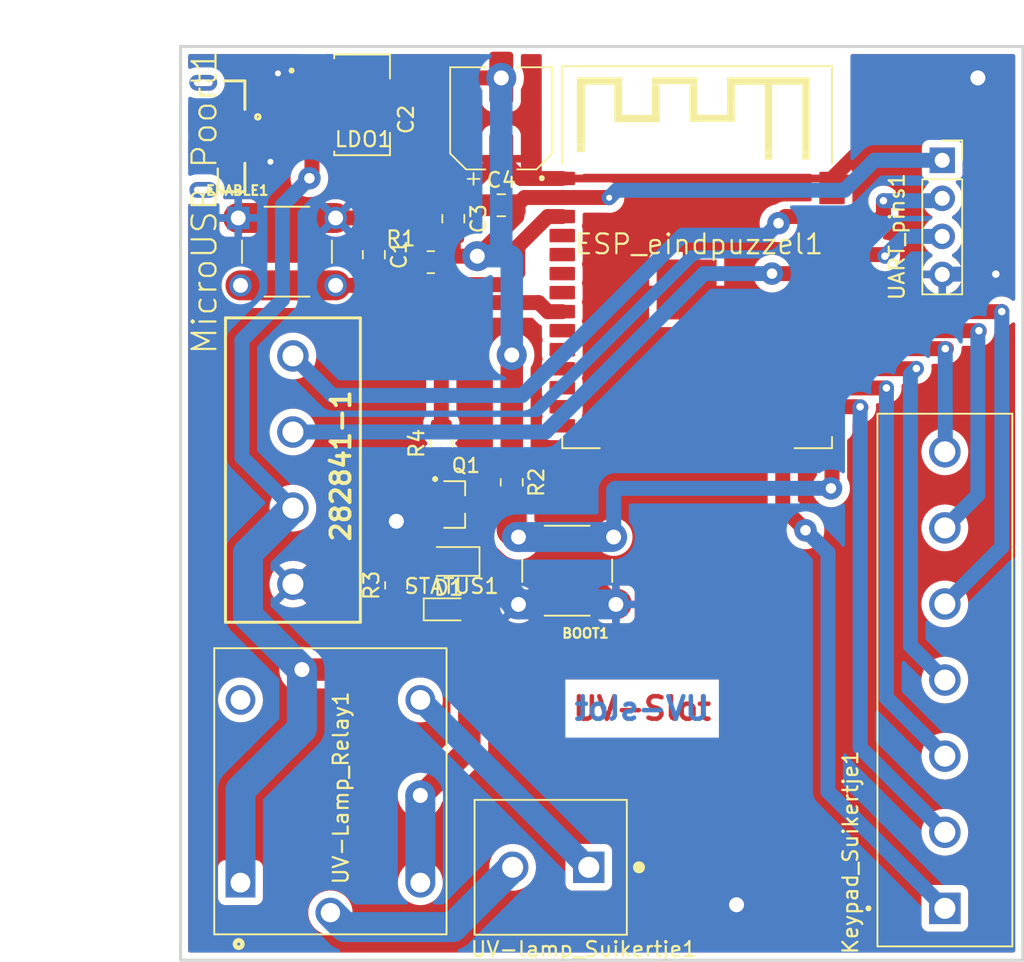
<source format=kicad_pcb>
(kicad_pcb (version 20211014) (generator pcbnew)
  (layers (0 "F.Cu" signal) (31 "B.Cu" signal) (34 "B.Paste" user) (35 "F.Paste" user) (36 "B.SilkS" user "B.Silkscreen") (37 "F.SilkS" user "F.Silkscreen") (38 "B.Mask" user) (39 "F.Mask" user) (44 "Edge.Cuts" user))
  (net 0 "")
  (net 1 "GND")
  (net 2 "Net-(BOOT1-Pad3)")
  (net 3 "Net-(C1-Pad2)")
  (net 4 "3.3V")
  (net 5 "5V")
  (net 6 "Net-(D1-Pad2)")
  (net 8 "IO22")
  (net 9 "IO21")
  (net 11 "IO18")
  (net 12 "IO5")
  (net 13 "IO17")
  (net 14 "IO16")
  (net 15 "IO4")
  (net 16 "IO2")
  (net 30 "IO32")
  (net 39 "Net-(Q1-Pad1)")
  (net 40 "Net-(R3-Pad2)")
  (net 41 "Net-(UV-Lamp_Relay1-PadCOM)")
  (net 42 "Net-(UV-Lamp_Relay1-PadNO)")
  (net 44 "IO19")
  (net 45 "RX")
  (net 46 "TX")
  (footprint "Resistor_SMD:R_0805_2012Metric_Pad1.20x1.40mm_HandSolder" (layer "F.Cu") (at 90.8 101.7 -90)
    (fp_text reference "R2")
    (fp_text value "10k")
  )
  (footprint "LED_SMD:LED_0805_2012Metric_Pad1.15x1.40mm_HandSolder" (layer "F.Cu") (at 86.789511 106.979511 180)
    (fp_text reference "STATUS1")
    (fp_text value "LED")
  )
  (footprint "components:SOT229P700X180-4N" (layer "F.Cu") (at 80.814 76.5)
    (fp_text reference "LDO1")
    (fp_text value "AMS1117")
  )
  (footprint "LED_SMD:LED_0603_1608Metric_Pad1.05x0.95mm_HandSolder" (layer "F.Cu") (at 86.589511 110.179511)
    (fp_text reference "D1")
    (fp_text value "D")
  )
  (footprint "components:MODULE_ESP-WROOM-32" (layer "F.Cu") (at 103.17 89.67)
    (fp_text reference "ESP_eindpuzzel1")
    (fp_text value "ESP-WROOM-32")
  )
  (footprint "Capacitor_SMD:C_0805_2012Metric_Pad1.18x1.45mm_HandSolder" (layer "F.Cu") (at 81.6 86.5 -90)
    (fp_text reference "C1")
    (fp_text value "0.1u")
  )
  (footprint "28241:2828414" (layer "F.Cu") (at 76.2 108.5 90)
    (fp_text reference "282841-1")
    (fp_text value "282841-4" hide)
  )
  (footprint "components:TE_282841-2" (layer "F.Cu") (at 93.4 127.4 180)
    (fp_text reference "UV-lamp_Suikertje1")
    (fp_text value "282841-2")
  )
  (footprint "components:RELAY_SRD-05VDC-SL-C" (layer "F.Cu") (at 78.7 122.32375 90)
    (fp_text reference "UV-Lamp_Relay1")
    (fp_text value "SRD-05VDC-SL-C")
  )
  (footprint "components:TE_3-1825910-1" (layer "F.Cu") (at 75.8 86.3)
    (fp_text reference "ENABLE1")
    (fp_text value "SW_Push")
  )
  (footprint "components:SOT95P230X110-3N" (layer "F.Cu") (at 86.989511 103.179511)
    (fp_text reference "Q1")
    (fp_text value "BC817")
  )
  (footprint "Resistor_SMD:R_0805_2012Metric_Pad1.20x1.40mm_HandSolder" (layer "F.Cu") (at 83.089511 108.579511 90)
    (fp_text reference "R3")
    (fp_text value "1k")
  )
  (footprint "Resistor_SMD:R_0805_2012Metric_Pad1.20x1.40mm_HandSolder" (layer "F.Cu") (at 86.1 99.1 90)
    (fp_text reference "R4")
    (fp_text value "1k")
  )
  (footprint "components:GCT_USB3090-XX-X_REVE" (layer "F.Cu") (at 70.2171 78.6 -90)
    (fp_text reference "MicroUSB_Poort1")
    (fp_text value "USB3090-XX-X_REVE")
    (fp_line (start -3.8 0.4) (end -3.8 -0.4) (layer "Edge.Cuts") (width 0.01))
    (fp_line (start -3.35 -0.4) (end -3.35 0.4) (layer "Edge.Cuts") (width 0.01))
    (fp_line (start 3.8 -0.4) (end 3.8 0.4) (layer "Edge.Cuts") (width 0.01))
    (fp_line (start 3.35 0.4) (end 3.35 -0.4) (layer "Edge.Cuts") (width 0.01))
    (fp_arc (start -3.35 0.4) (mid -3.415901 0.559099) (end -3.575 0.625) (layer "Edge.Cuts") (width 0.01))
    (fp_arc (start 3.575 0.625) (mid 3.415901 0.559099) (end 3.35 0.4) (layer "Edge.Cuts") (width 0.01))
    (fp_arc (start 3.575 -0.625) (mid 3.734099 -0.559099) (end 3.8 -0.4) (layer "Edge.Cuts") (width 0.01))
    (fp_arc (start 3.8 0.4) (mid 3.734099 0.559099) (end 3.575 0.625) (layer "Edge.Cuts") (width 0.01))
    (fp_arc (start -3.575 -0.625) (mid -3.415901 -0.559099) (end -3.35 -0.4) (layer "Edge.Cuts") (width 0.01))
    (fp_arc (start -3.8 -0.4) (mid -3.734099 -0.559099) (end -3.575 -0.625) (layer "Edge.Cuts") (width 0.01))
    (fp_arc (start -3.575 0.625) (mid -3.734099 0.559099) (end -3.8 0.4) (layer "Edge.Cuts") (width 0.01))
    (fp_arc (start 3.35 -0.4) (mid 3.415901 -0.559099) (end 3.575 -0.625) (layer "Edge.Cuts") (width 0.01))
  )
  (footprint "components:TE_282841-7" (layer "F.Cu") (at 119.7 114.9 90)
    (fp_text reference "Keypad_Suikertje1")
    (fp_text value "282841-7")
  )
  (footprint "Connector_PinSocket_2.54mm:PinSocket_1x04_P2.54mm_Vertical" (layer "F.Cu") (at 119.525 80.2)
    (fp_text reference "UART_pins1")
    (fp_text value "Conn_01x04_Female")
  )
  (footprint "Capacitor_SMD:C_0805_2012Metric_Pad1.18x1.45mm_HandSolder" (layer "F.Cu") (at 86.9 84.1 -90)
    (fp_text reference "C3")
    (fp_text value "22u")
  )
  (footprint "components:TE_3-1825910-1" (layer "F.Cu") (at 94.5 107.6 180)
    (fp_text reference "BOOT1")
    (fp_text value "SW_Push")
  )
  (footprint "Capacitor_SMD:C_0805_2012Metric_Pad1.18x1.45mm_HandSolder" (layer "F.Cu") (at 90.1 83.2)
    (fp_text reference "C4")
    (fp_text value "0.1u")
  )
  (footprint "Resistor_SMD:R_0805_2012Metric_Pad1.20x1.40mm_HandSolder" (layer "F.Cu") (at 85.4 87)
    (fp_text reference "R1")
    (fp_text value "10k")
  )
  (footprint "Capacitor_SMD:CP_Elec_6.3x7.7" (layer "F.Cu") (at 90.1 77.4 90)
    (fp_text reference "C2")
    (fp_text value "220u")
  )
  (gr_rect (start 68.7 72.6) (end 124.9 133.6) (layer "Edge.Cuts") (width 0.2) (fill none))
  (gr_text "UV-Slot" (at 99.5 116.8) (layer "F.Cu") (effects (font (size 1.5 1.5) (thickness 0.3))))
  (gr_text "UV-slot" (at 99.5 116.8) (layer "B.Cu") (effects (font (size 1.5 1.5) (thickness 0.3)) (justify mirror)))
  (segment (start 81.55 84.05) (end 83.55 84.05) (width 1) (layer "F.Cu") (net 1))
  (segment (start 122.2 77.5) (end 123.1 78.4) (width 1) (layer "F.Cu") (net 1))
  (segment (start 97.75 109.85) (end 94.9 107) (width 1) (layer "F.Cu") (net 1))
  (segment (start 83.1 104.3) (end 85.839022 104.3) (width 1) (layer "F.Cu") (net 1))
  (segment (start 84.5375 83.0625) (end 86.9 83.0625) (width 1) (layer "F.Cu") (net 1))
  (segment (start 94.17 81.415) (end 102.485 81.415) (width 0.5) (layer "F.Cu") (net 1))
  (segment (start 102.485 81.415) (end 112.17 81.415) (width 0.5) (layer "F.Cu") (net 1))
  (segment (start 90.1 80.1) (end 89.8625 80.1) (width 1) (layer "F.Cu") (net 1))
  (segment (start 77.279 74.4) (end 77.469 74.21) (width 1) (layer "F.Cu") (net 1))
  (segment (start 88.925 83.0625) (end 89.0625 83.2) (width 1) (layer "F.Cu") (net 1))
  (segment (start 94.17 81.415) (end 91.415 81.415) (width 1) (layer "F.Cu") (net 1))
  (segment (start 79.05 84.05) (end 74.75 84.05) (width 1) (layer "F.Cu") (net 1))
  (segment (start 97.455 99.425) (end 97.455 98.458451) (width 1) (layer "F.Cu") (net 1))
  (segment (start 86.9 83.0625) (end 88.925 83.0625) (width 1) (layer "F.Cu") (net 1))
  (segment (start 123.1 78.4) (end 123.1 87.8) (width 1) (layer "F.Cu") (net 1))
  (segment (start 112.17 81.415) (end 116.085 77.5) (width 1) (layer "F.Cu") (net 1))
  (segment (start 94.9 101.98) (end 97.455 99.425) (width 1) (layer "F.Cu") (net 1))
  (segment (start 75.2 74.4) (end 77.279 74.4) (width 1) (layer "F.Cu") (net 1))
  (segment (start 91.415 81.415) (end 90.1 80.1) (width 1) (layer "F.Cu") (net 1))
  (segment (start 102.47 81.43) (end 102.47 88.825) (width 0.5) (layer "F.Cu") (net 1))
  (segment (start 102.485 81.415) (end 102.47 81.43) (width 0.5) (layer "F.Cu") (net 1))
  (segment (start 89.8625 80.1) (end 86.9 83.0625) (width 1) (layer "F.Cu") (net 1))
  (segment (start 102.47 93.443451) (end 102.47 88.825) (width 1) (layer "F.Cu") (net 1))
  (segment (start 81.55 85.4125) (end 81.6 85.4625) (width 1) (layer "F.Cu") (net 1))
  (segment (start 94.9 107) (end 94.9 101.98) (width 1) (layer "F.Cu") (net 1))
  (segment (start 74.7 80.3) (end 72.6 80.3) (width 1) (layer "F.Cu") (net 1))
  (segment (start 79.05 84.05) (end 72.55 84.05) (width 2) (layer "F.Cu") (net 1))
  (segment (start 116.085 77.5) (end 122.2 77.5) (width 1) (layer "F.Cu") (net 1))
  (segment (start 97.75 109.85) (end 97.8 109.8) (width 2) (layer "F.Cu") (net 1))
  (segment (start 83.55 84.05) (end 84.5375 83.0625) (width 1) (layer "F.Cu") (net 1))
  (segment (start 97.455 98.458451) (end 102.47 93.443451) (width 1) (layer "F.Cu") (net 1))
  (segment (start 81.55 84.05) (end 81.55 85.4125) (width 1) (layer "F.Cu") (net 1))
  (segment (start 85.839022 104.3) (end 86.009511 104.129511) (width 1) (layer "F.Cu") (net 1))
  (segment (start 74.75 84.05) (end 74.7 84) (width 1) (layer "F.Cu") (net 1))
  (segment (start 79.05 84.05) (end 81.55 84.05) (width 1) (layer "F.Cu") (net 1))
  (segment (start 74.7 84) (end 74.7 80.3) (width 1) (layer "F.Cu") (net 1))
  (via (at 83.1 104.3) (size 2) (drill 1) (layers "F.Cu" "B.Cu") (net 1))
  (via (at 75.2 74.4) (size 0.8) (drill 0.4) (layers "F.Cu" "B.Cu") (net 1))
  (via (at 121.9 74.7) (size 2) (drill 1) (layers "F.Cu" "B.Cu") (net 1))
  (via (at 123.1 87.8) (size 1) (drill 0.5) (layers "F.Cu" "B.Cu") (net 1))
  (via (at 74.7 80.3) (size 0.8) (drill 0.4) (layers "F.Cu" "B.Cu") (net 1))
  (via (at 105.8 129.9) (size 2) (drill 1) (layers "F.Cu" "B.Cu") (net 1))
  (segment (start 74.7 80.3) (end 75.2 79.8) (width 1) (layer "B.Cu") (net 1))
  (segment (start 89.9 108.5) (end 83.1 108.5) (width 2) (layer "B.Cu") (net 1))
  (segment (start 91.25 109.85) (end 89.9 108.5) (width 2) (layer "B.Cu") (net 1))
  (segment (start 76.2 108.5) (end 83.1 108.5) (width 2) (layer "B.Cu") (net 1))
  (segment (start 91.15 109.85) (end 97.65 109.85) (width 2) (layer "B.Cu") (net 1))
  (segment (start 123.1 87.8) (end 119.545 87.8) (width 1) (layer "B.Cu") (net 1))
  (segment (start 83.1 108.5) (end 83.1 104.3) (width 2) (layer "B.Cu") (net 1))
  (segment (start 119.545 87.8) (end 119.525 87.82) (width 1) (layer "B.Cu") (net 1))
  (segment (start 75.2 79.8) (end 75.2 74.4) (width 1) (layer "B.Cu") (net 1))
  (segment (start 112.1 102.1) (end 112.17 102.03) (width 1) (layer "F.Cu") (net 2))
  (segment (start 90.8 104.9) (end 91.25 105.35) (width 2) (layer "F.Cu") (net 2))
  (segment (start 112.17 102.03) (end 112.17 97.925) (width 1) (layer "F.Cu") (net 2))
  (segment (start 90.8 102.7) (end 90.8 104.9) (width 2) (layer "F.Cu") (net 2))
  (via (at 112.1 102.1) (size 1.5) (drill 0.7) (layers "F.Cu" "B.Cu") (net 2))
  (segment (start 97.7 102.1) (end 97.6 102.2) (width 1) (layer "B.Cu") (net 2))
  (segment (start 91.15 105.35) (end 97.5 105.35) (width 2) (layer "B.Cu") (net 2))
  (segment (start 97.6 102.2) (end 97.6 105.35) (width 1) (layer "B.Cu") (net 2))
  (segment (start 112.1 102.1) (end 97.7 102.1) (width 1) (layer "B.Cu") (net 2))
  (segment (start 84.25 88.55) (end 84.3 88.5) (width 1) (layer "F.Cu") (net 3))
  (segment (start 91.2 87.7) (end 90.4 88.5) (width 1) (layer "F.Cu") (net 3))
  (segment (start 93.203451 83.955) (end 91.2 85.958451) (width 1) (layer "F.Cu") (net 3))
  (segment (start 90.4 88.5) (end 84.3 88.5) (width 1) (layer "F.Cu") (net 3))
  (segment (start 81.55 88.55) (end 84.25 88.55) (width 1) (layer "F.Cu") (net 3))
  (segment (start 84.4 86.8) (end 84.4 88.4) (width 1) (layer "F.Cu") (net 3))
  (segment (start 91.2 85.958451) (end 91.2 87.7) (width 1) (layer "F.Cu") (net 3))
  (segment (start 81.55 87.5875) (end 81.6 87.5375) (width 1) (layer "F.Cu") (net 3))
  (segment (start 94.17 83.955) (end 93.203451 83.955) (width 1) (layer "F.Cu") (net 3))
  (segment (start 79.05 88.55) (end 81.55 88.55) (width 1) (layer "F.Cu") (net 3))
  (segment (start 81.55 88.55) (end 81.55 87.5875) (width 1) (layer "F.Cu") (net 3))
  (segment (start 84.4 86.8) (end 84.5 86.9) (width 1) (layer "F.Cu") (net 3))
  (segment (start 84.4 88.4) (end 84.3 88.5) (width 1) (layer "F.Cu") (net 3))
  (segment (start 79.05 88.55) (end 72.7 88.55) (width 2) (layer "F.Cu") (net 3))
  (segment (start 91.1375 83.2) (end 91.1375 83.9625) (width 1) (layer "F.Cu") (net 4))
  (segment (start 90.1 74.7) (end 89.8 74.7) (width 1) (layer "F.Cu") (net 4))
  (segment (start 91.6525 82.685) (end 91.1375 83.2) (width 1) (layer "F.Cu") (net 4))
  (segment (start 88.5 86.6) (end 88.5 86.7) (width 1.5) (layer "F.Cu") (net 4))
  (segment (start 88.3 86.8) (end 88.5 86.6) (width 1) (layer "F.Cu") (net 4))
  (segment (start 87 86.6) (end 86.9 86.5) (width 1) (layer "F.Cu") (net 4))
  (segment (start 97.285 82.685) (end 97.3 82.7) (width 1) (layer "F.Cu") (net 4))
  (segment (start 85.959 74.7) (end 84.159 76.5) (width 1) (layer "F.Cu") (net 4))
  (segment (start 77.469 76.5) (end 84.159 76.5) (width 1.5) (layer "F.Cu") (net 4))
  (segment (start 89.8 74.7) (end 85.959 74.7) (width 1) (layer "F.Cu") (net 4))
  (segment (start 86.9 85.1375) (end 87.0375 85.1375) (width 1) (layer "F.Cu") (net 4))
  (segment (start 94.17 82.685) (end 97.285 82.685) (width 1) (layer "F.Cu") (net 4))
  (segment (start 94.17 82.685) (end 91.6525 82.685) (width 1) (layer "F.Cu") (net 4))
  (segment (start 88.5 86.6) (end 87 86.6) (width 1) (layer "F.Cu") (net 4))
  (segment (start 91.1375 83.9625) (end 88.5 86.6) (width 1) (layer "F.Cu") (net 4))
  (segment (start 90.8 93.2) (end 90.8 100.7) (width 1.5) (layer "F.Cu") (net 4))
  (segment (start 86.9 85.1375) (end 86.9 86.5) (width 1) (layer "F.Cu") (net 4))
  (segment (start 86.9 86.5) (end 86.4 87) (width 1) (layer "F.Cu") (net 4))
  (via (at 88.5 86.6) (size 2) (drill 1) (layers "F.Cu" "B.Cu") (net 4))
  (via (at 90.1 74.7) (size 2) (drill 1) (layers "F.Cu" "B.Cu") (net 4))
  (via (at 97.3 82.7) (size 0.8) (drill 0.4) (layers "F.Cu" "B.Cu") (net 4))
  (via (at 90.8 93.2) (size 2) (drill 1) (layers "F.Cu" "B.Cu") (net 4))
  (segment (start 115 80.2) (end 119.525 80.2) (width 1) (layer "B.Cu") (net 4))
  (segment (start 90.7 86.6) (end 88.5 86.6) (width 1.5) (layer "B.Cu") (net 4))
  (segment (start 90.1 86.4) (end 90.2 86.5) (width 1.5) (layer "B.Cu") (net 4))
  (segment (start 97.8 82.2) (end 113 82.2) (width 1) (layer "B.Cu") (net 4))
  (segment (start 90.1 74.7) (end 90.1 86.4) (width 1.5) (layer "B.Cu") (net 4))
  (segment (start 90.2 86.5) (end 90.1 86.6) (width 1.5) (layer "B.Cu") (net 4))
  (segment (start 90.1 86.6) (end 88.5 86.6) (width 1.5) (layer "B.Cu") (net 4))
  (segment (start 90.8 86.7) (end 90.7 86.6) (width 1.5) (layer "B.Cu") (net 4))
  (segment (start 97.3 82.7) (end 97.8 82.2) (width 1) (layer "B.Cu") (net 4))
  (segment (start 90.8 93.2) (end 90.8 86.7) (width 1.5) (layer "B.Cu") (net 4))
  (segment (start 113 82.2) (end 115 80.2) (width 1) (layer "B.Cu") (net 4))
  (segment (start 77.469 78.79) (end 77.469 81.231) (width 1) (layer "F.Cu") (net 5))
  (segment (start 83.089511 109.879511) (end 83.089511 109.579511) (width 1.5) (layer "F.Cu") (net 5))
  (segment (start 77.469 78.79) (end 76.49 78.79) (width 1) (layer "F.Cu") (net 5))
  (segment (start 83.689511 110.179511) (end 83.089511 109.579511) (width 1.5) (layer "F.Cu") (net 5))
  (segment (start 77.469 81.231) (end 77.3 81.4) (width 1) (layer "F.Cu") (net 5))
  (segment (start 79.669022 114.2) (end 83.689511 110.179511) (width 1.5) (layer "F.Cu") (net 5))
  (segment (start 76.8 114.2) (end 79.669022 114.2) (width 1.5) (layer "F.Cu") (net 5))
  (segment (start 83.189511 109.979511) (end 83.089511 109.879511) (width 1.5) (layer "F.Cu") (net 5))
  (segment (start 74.7 77) (end 72.6 77) (width 1) (layer "F.Cu") (net 5))
  (segment (start 85.714511 110.179511) (end 83.689511 110.179511) (width 1.5) (layer "F.Cu") (net 5))
  (segment (start 76.49 78.79) (end 74.7 77) (width 1) (layer "F.Cu") (net 5))
  (via (at 76.8 114.2) (size 2) (drill 1) (layers "F.Cu" "B.Cu") (net 5))
  (via (at 77.3 81.4) (size 1.5) (drill 0.7) (layers "F.Cu" "B.Cu") (net 5))
  (segment (start 73.2 106.42) (end 76.2 103.42) (width 2) (layer "B.Cu") (net 5))
  (segment (start 76.8 114.2) (end 73.2 110.6) (width 2) (layer "B.Cu") (net 5))
  (segment (start 73.2 110.6) (end 73.2 106.42) (width 2) (layer "B.Cu") (net 5))
  (segment (start 72.7 128.42375) (end 72.7 122.23625) (width 2) (layer "B.Cu") (net 5))
  (segment (start 76.8 118.13625) (end 72.7 122.23625) (width 2) (layer "B.Cu") (net 5))
  (segment (start 76.8 114.2) (end 76.8 118.13625) (width 2) (layer "B.Cu") (net 5))
  (segment (start 72.8 100.02) (end 76.2 103.42) (width 1) (layer "B.Cu") (net 5))
  (segment (start 77.3 81.4) (end 75.5 83.2) (width 1) (layer "B.Cu") (net 5))
  (segment (start 72.8 92.2) (end 72.8 100.02) (width 1) (layer "B.Cu") (net 5))
  (segment (start 75.5 89.5) (end 72.8 92.2) (width 1) (layer "B.Cu") (net 5))
  (segment (start 75.5 83.2) (end 75.5 89.5) (width 1) (layer "B.Cu") (net 5))
  (segment (start 84.7 122.6) (end 84.8 122.6) (width 1.5) (layer "F.Cu") (net 6))
  (segment (start 87.969511 119.430489) (end 87.969511 107.920489) (width 1.5) (layer "F.Cu") (net 6))
  (segment (start 84.8 122.6) (end 87.969511 119.430489) (width 1.5) (layer "F.Cu") (net 6))
  (segment (start 87.969511 103.179511) (end 87.969511 107.920489) (width 1.5) (layer "F.Cu") (net 6))
  (segment (start 87.8 108.09) (end 87.8 106.91) (width 1.5) (layer "F.Cu") (net 6))
  (segment (start 87.969511 107.920489) (end 87.8 108.09) (width 1.5) (layer "F.Cu") (net 6))
  (via (at 84.7 122.6) (size 2) (drill 1) (layers "F.Cu" "B.Cu") (net 6))
  (segment (start 84.7 128.42375) (end 84.7 122.6) (width 2) (layer "B.Cu") (net 6))
  (segment (start 109.045 83.955) (end 112.17 83.955) (width 1) (layer "F.Cu") (net 8))
  (segment (start 108.6 84.4) (end 109.045 83.955) (width 1) (layer "F.Cu") (net 8))
  (via (at 108.6 84.4) (size 1.5) (drill 0.7) (layers "F.Cu" "B.Cu") (net 8))
  (segment (start 78.84 95.9) (end 76.2 93.26) (width 1) (layer "B.Cu") (net 8))
  (segment (start 107.8 85.2) (end 102.2 85.2) (width 1) (layer "B.Cu") (net 8))
  (segment (start 108.6 84.4) (end 107.8 85.2) (width 1) (layer "B.Cu") (net 8))
  (segment (start 102.2 85.2) (end 91.5 95.9) (width 1) (layer "B.Cu") (net 8))
  (segment (start 91.5 95.9) (end 78.84 95.9) (width 1) (layer "B.Cu") (net 8))
  (segment (start 112.17 87.765) (end 108.165 87.765) (width 1) (layer "F.Cu") (net 9))
  (segment (start 108.165 87.765) (end 108.1 87.7) (width 1) (layer "F.Cu") (net 9))
  (via (at 108.165 87.765) (size 1.5) (drill 0.7) (layers "F.Cu" "B.Cu") (net 9))
  (segment (start 93.06 98.34) (end 76.2 98.34) (width 1) (layer "B.Cu") (net 9))
  (segment (start 103.635 87.765) (end 93.06 98.34) (width 1) (layer "B.Cu") (net 9))
  (segment (start 108.165 87.765) (end 103.635 87.765) (width 1) (layer "B.Cu") (net 9))
  (segment (start 112.17 91.575) (end 121.975 91.575) (width 1) (layer "F.Cu") (net 11))
  (segment (start 122 91.6) (end 121.975 91.575) (width 1) (layer "F.Cu") (net 11))
  (via (at 121.975 91.575) (size 1) (drill 0.5) (layers "F.Cu" "B.Cu") (net 11))
  (segment (start 121.975 91.575) (end 121.9 91.65) (width 1) (layer "B.Cu") (net 11))
  (segment (start 121.9 102.54) (end 119.7 104.74) (width 1) (layer "B.Cu") (net 11))
  (segment (start 121.9 91.65) (end 121.9 102.54) (width 1) (layer "B.Cu") (net 11))
  (segment (start 112.24048 92.77452) (end 119.72548 92.77452) (width 1) (layer "F.Cu") (net 12))
  (segment (start 119.72548 92.77452) (end 119.8 92.77452) (width 1) (layer "F.Cu") (net 12))
  (segment (start 112.17 92.845) (end 112.24048 92.77452) (width 1) (layer "F.Cu") (net 12))
  (via (at 119.72548 92.77452) (size 1) (drill 0.5) (layers "F.Cu" "B.Cu") (net 12))
  (segment (start 119.72548 99.63452) (end 119.7 99.66) (width 1) (layer "B.Cu") (net 12))
  (segment (start 119.72548 92.77452) (end 119.72548 99.63452) (width 1) (layer "B.Cu") (net 12))
  (segment (start 117.785 94.115) (end 112.17 94.115) (width 1) (layer "F.Cu") (net 13))
  (segment (start 117.8 94.1) (end 117.785 94.115) (width 1) (layer "F.Cu") (net 13))
  (via (at 117.8 94.1) (size 1) (drill 0.5) (layers "F.Cu" "B.Cu") (net 13))
  (segment (start 117.4 112.6) (end 119.7 114.9) (width 1) (layer "B.Cu") (net 13))
  (segment (start 117.8 94.1) (end 117.4 94.5) (width 1) (layer "B.Cu") (net 13))
  (segment (start 117.4 94.5) (end 117.4 112.6) (width 1) (layer "B.Cu") (net 13))
  (segment (start 112.17 95.385) (end 113.185 95.385) (width 1) (layer "F.Cu") (net 14))
  (segment (start 113.2 95.4) (end 115.8 95.4) (width 1) (layer "F.Cu") (net 14))
  (segment (start 113.185 95.385) (end 113.2 95.4) (width 1) (layer "F.Cu") (net 14))
  (via (at 115.8 95.4) (size 1) (drill 0.5) (layers "F.Cu" "B.Cu") (net 14))
  (segment (start 115.8 95.4) (end 115.8 116.08) (width 1) (layer "B.Cu") (net 14))
  (segment (start 115.8 116.08) (end 119.7 119.98) (width 1) (layer "B.Cu") (net 14))
  (segment (start 114.055 96.655) (end 114.1 96.7) (width 1) (layer "F.Cu") (net 15))
  (segment (start 114.045 96.655) (end 114.055 96.655) (width 1) (layer "F.Cu") (net 15))
  (segment (start 112.17 96.655) (end 114.045 96.655) (width 1) (layer "F.Cu") (net 15))
  (via (at 114.045 96.655) (size 1) (drill 0.5) (layers "F.Cu" "B.Cu") (net 15))
  (segment (start 114.045 96.655) (end 114.045 119.405) (width 1) (layer "B.Cu") (net 15))
  (segment (start 114.045 119.405) (end 119.7 125.06) (width 1) (layer "B.Cu") (net 15))
  (segment (start 110.4 104.9) (end 109.6 104.1) (width 1) (layer "F.Cu") (net 16))
  (segment (start 110.4 104.9) (end 108.885 103.385) (width 1) (layer "F.Cu") (net 16))
  (segment (start 108.885 103.385) (end 108.885 99.425) (width 1) (layer "F.Cu") (net 16))
  (via (at 110.4 104.9) (size 1.5) (drill 0.7) (layers "F.Cu" "B.Cu") (net 16))
  (segment (start 111.9 106.4) (end 111.9 122.34) (width 1) (layer "B.Cu") (net 16))
  (segment (start 111.9 122.34) (end 119.7 130.14) (width 1) (layer "B.Cu") (net 16))
  (segment (start 110.4 104.9) (end 111.9 106.4) (width 1) (layer "B.Cu") (net 16))
  (segment (start 87.40048 89.69952) (end 86.1 91) (width 1) (layer "F.Cu") (net 30))
  (segment (start 92.597971 89.69952) (end 87.40048 89.69952) (width 1) (layer "F.Cu") (net 30))
  (segment (start 94.17 90.305) (end 93.203451 90.305) (width 1) (layer "F.Cu") (net 30))
  (segment (start 93.203451 90.305) (end 92.597971 89.69952) (width 1) (layer "F.Cu") (net 30))
  (segment (start 86.1 91) (end 86.1 98.1) (width 1) (layer "F.Cu") (net 30))
  (segment (start 86.1 102.139022) (end 86.009511 102.229511) (width 1) (layer "F.Cu") (net 39))
  (segment (start 86.1 100.1) (end 86.1 102.139022) (width 1.5) (layer "F.Cu") (net 39))
  (segment (start 83.689511 106.979511) (end 83.089511 107.579511) (width 1.5) (layer "F.Cu") (net 40))
  (segment (start 85.764511 106.979511) (end 83.689511 106.979511) (width 1.5) (layer "F.Cu") (net 40))
  (segment (start 79.6675 131.39125) (end 86.86875 131.39125) (width 2) (layer "B.Cu") (net 41))
  (segment (start 86.86875 131.39125) (end 90.86 127.4) (width 2) (layer "B.Cu") (net 41))
  (segment (start 78.7 130.42375) (end 79.6675 131.39125) (width 2) (layer "B.Cu") (net 41))
  (segment (start 84.7 116.22375) (end 95.87625 127.4) (width 1.5) (layer "B.Cu") (net 42))
  (segment (start 95.87625 127.4) (end 95.94 127.4) (width 1.5) (layer "B.Cu") (net 42))
  (segment (start 123.5 90.3) (end 123.495 90.305) (width 1) (layer "F.Cu") (net 44))
  (segment (start 112.17 90.305) (end 123.495 90.305) (width 1) (layer "F.Cu") (net 44))
  (via (at 123.5 90.3) (size 1) (drill 0.5) (layers "F.Cu" "B.Cu") (net 44))
  (segment (start 123.5 106.02) (end 119.7 109.82) (width 1) (layer "B.Cu") (net 44))
  (segment (start 123.5 90.3) (end 123.5 106.02) (width 1) (layer "B.Cu") (net 44))
  (segment (start 115.595 86.495) (end 112.17 86.495) (width 1) (layer "F.Cu") (net 45))
  (segment (start 115.7 86.6) (end 115.595 86.495) (width 1) (layer "F.Cu") (net 45))
  (via (at 115.7 86.6) (size 1) (drill 0.5) (layers "F.Cu" "B.Cu") (net 45))
  (segment (start 115.7 86.6) (end 117.02 85.28) (width 1) (layer "B.Cu") (net 45))
  (segment (start 117.02 85.28) (end 119.525 85.28) (width 1) (layer "B.Cu") (net 45))
  (segment (start 114.225 85.225) (end 112.17 85.225) (width 1) (layer "F.Cu") (net 46))
  (segment (start 115.6 83.85) (end 114.225 85.225) (width 1) (layer "F.Cu") (net 46))
  (segment (start 115.6 82.9) (end 115.6 83.85) (width 1) (layer "F.Cu") (net 46))
  (via (at 115.6 82.9) (size 1) (drill 0.5) (layers "F.Cu" "B.Cu") (net 46))
  (segment (start 115.6 82.9) (end 119.365 82.9) (width 1) (layer "B.Cu") (net 46))
  (segment (start 119.365 82.9) (end 119.525 82.74) (width 1) (layer "B.Cu") (net 46))
  (zone (net 1) (net_name "GND") (layers F&B.Cu) (connect_pads (clearance 0.508)) (min_thickness 0.254) (fill yes (thermal_gap 0.508) (thermal_bridge_width 0.508))
    (polygon (pts (xy 124.9 133.6) (xy 68.7 133.6) (xy 68.7 72.6) (xy 124.9 72.6)))
  )
  (zone (net 0) (net_name "") (layers F&B.Cu) (connect_pads (clearance 0)) (min_thickness 0.254)
    (keepout (tracks allowed) (vias allowed) (pads allowed) (copperpour not_allowed) (footprints allowed))
    (fill (thermal_gap 0.508) (thermal_bridge_width 0.508))
    (polygon (pts (xy 113.4 81.1) (xy 92.8 81.1) (xy 92.8 72.7) (xy 92.8 81) (xy 92.8 72.6) (xy 113.4 72.6)))
  )
)
</source>
